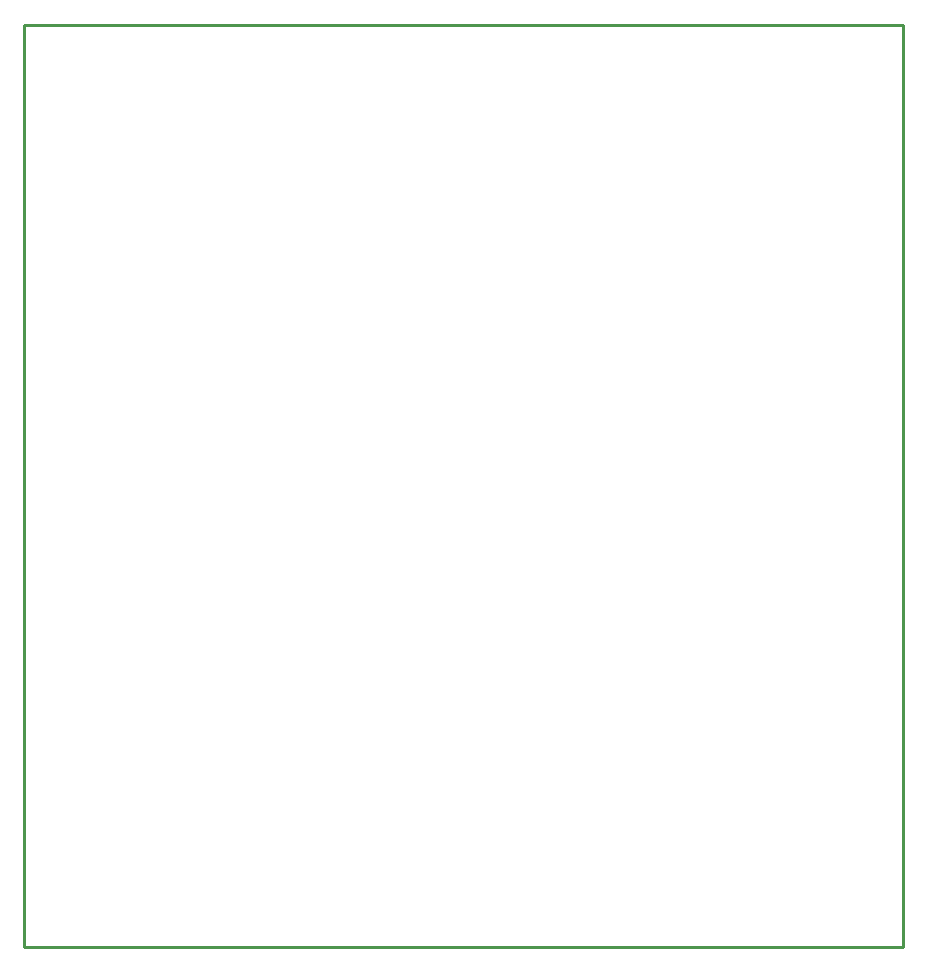
<source format=gko>
G04*
G04 #@! TF.GenerationSoftware,Altium Limited,Altium Designer,21.5.1 (32)*
G04*
G04 Layer_Color=8388736*
%FSLAX25Y25*%
%MOIN*%
G70*
G04*
G04 #@! TF.SameCoordinates,64746D64-8A43-43D4-A90E-1700155CBDCF*
G04*
G04*
G04 #@! TF.FilePolarity,Positive*
G04*
G01*
G75*
%ADD14C,0.01000*%
D14*
X288000Y161000D02*
X581000D01*
Y468500D01*
X288000D02*
X581000D01*
X288000Y161000D02*
Y468500D01*
M02*

</source>
